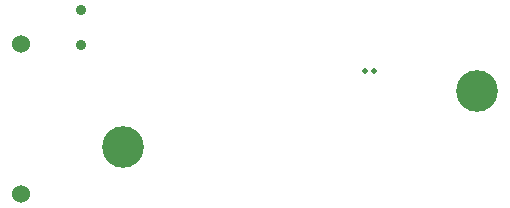
<source format=gbs>
G04*
G04 #@! TF.GenerationSoftware,Altium Limited,Altium Designer,22.8.2 (66)*
G04*
G04 Layer_Color=16711935*
%FSLAX44Y44*%
%MOMM*%
G71*
G04*
G04 #@! TF.SameCoordinates,468F8AB8-D0D1-42F9-A28A-8A06B6F8ABAF*
G04*
G04*
G04 #@! TF.FilePolarity,Negative*
G04*
G01*
G75*
%ADD49C,1.5240*%
%ADD50C,3.5306*%
%ADD51C,0.8890*%
%ADD52C,0.5000*%
D49*
X282702Y314071D02*
D03*
Y441071D02*
D03*
D50*
X369062Y354076D02*
D03*
X668782Y401066D02*
D03*
D51*
X333502Y469914D02*
D03*
Y439914D02*
D03*
D52*
X573850Y417830D02*
D03*
X581850D02*
D03*
M02*

</source>
